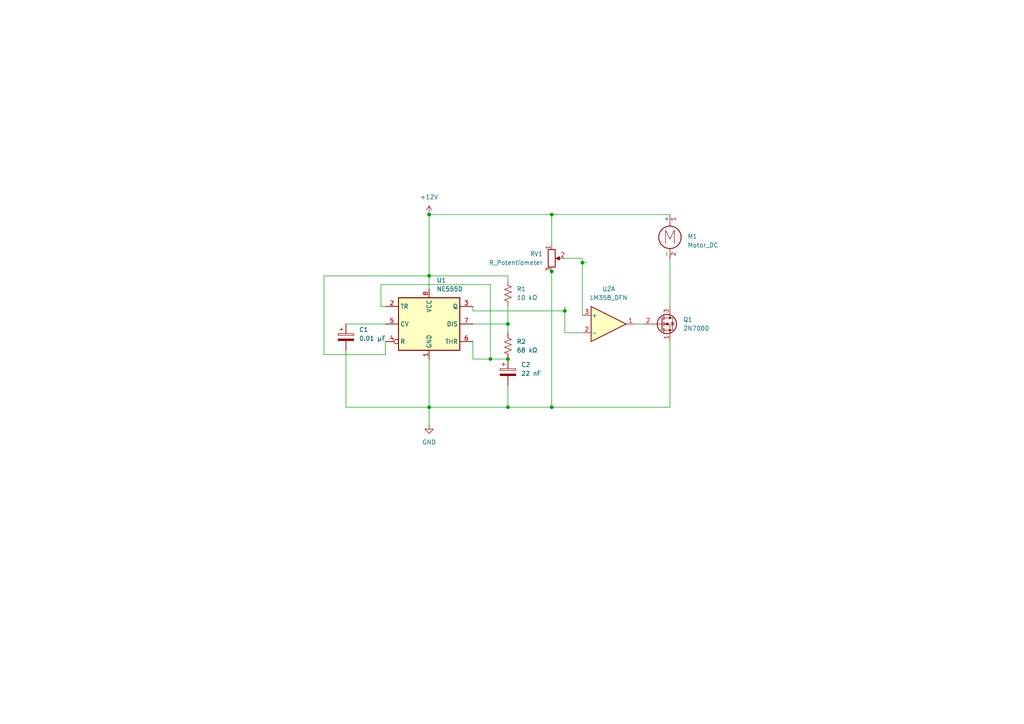
<source format=kicad_sch>
(kicad_sch
	(version 20231120)
	(generator "eeschema")
	(generator_version "8.0")
	(uuid "625b240d-59eb-472a-8ecd-59b6155c722d")
	(paper "A4")
	(lib_symbols
		(symbol "Amplifier_Operational:LM358_DFN"
			(pin_names
				(offset 0.127)
			)
			(exclude_from_sim no)
			(in_bom yes)
			(on_board yes)
			(property "Reference" "U"
				(at 0 5.08 0)
				(effects
					(font
						(size 1.27 1.27)
					)
					(justify left)
				)
			)
			(property "Value" "LM358_DFN"
				(at 0 -5.08 0)
				(effects
					(font
						(size 1.27 1.27)
					)
					(justify left)
				)
			)
			(property "Footprint" "Package_DFN_QFN:DFN-8-1EP_2x2mm_P0.5mm_EP1.05x1.75mm"
				(at 0 0 0)
				(effects
					(font
						(size 1.27 1.27)
					)
					(hide yes)
				)
			)
			(property "Datasheet" "www.st.com/resource/en/datasheet/lm358.pdf"
				(at 0 0 0)
				(effects
					(font
						(size 1.27 1.27)
					)
					(hide yes)
				)
			)
			(property "Description" "Low-Power, Dual Operational Amplifiers, DFN-8"
				(at 0 0 0)
				(effects
					(font
						(size 1.27 1.27)
					)
					(hide yes)
				)
			)
			(property "ki_locked" ""
				(at 0 0 0)
				(effects
					(font
						(size 1.27 1.27)
					)
				)
			)
			(property "ki_keywords" "dual opamp"
				(at 0 0 0)
				(effects
					(font
						(size 1.27 1.27)
					)
					(hide yes)
				)
			)
			(property "ki_fp_filters" "DFN*2x2mm*P0.5mm*"
				(at 0 0 0)
				(effects
					(font
						(size 1.27 1.27)
					)
					(hide yes)
				)
			)
			(symbol "LM358_DFN_1_1"
				(polyline
					(pts
						(xy -5.08 5.08) (xy 5.08 0) (xy -5.08 -5.08) (xy -5.08 5.08)
					)
					(stroke
						(width 0.254)
						(type default)
					)
					(fill
						(type background)
					)
				)
				(pin output line
					(at 7.62 0 180)
					(length 2.54)
					(name "~"
						(effects
							(font
								(size 1.27 1.27)
							)
						)
					)
					(number "1"
						(effects
							(font
								(size 1.27 1.27)
							)
						)
					)
				)
				(pin input line
					(at -7.62 -2.54 0)
					(length 2.54)
					(name "-"
						(effects
							(font
								(size 1.27 1.27)
							)
						)
					)
					(number "2"
						(effects
							(font
								(size 1.27 1.27)
							)
						)
					)
				)
				(pin input line
					(at -7.62 2.54 0)
					(length 2.54)
					(name "+"
						(effects
							(font
								(size 1.27 1.27)
							)
						)
					)
					(number "3"
						(effects
							(font
								(size 1.27 1.27)
							)
						)
					)
				)
			)
			(symbol "LM358_DFN_2_1"
				(polyline
					(pts
						(xy -5.08 5.08) (xy 5.08 0) (xy -5.08 -5.08) (xy -5.08 5.08)
					)
					(stroke
						(width 0.254)
						(type default)
					)
					(fill
						(type background)
					)
				)
				(pin input line
					(at -7.62 2.54 0)
					(length 2.54)
					(name "+"
						(effects
							(font
								(size 1.27 1.27)
							)
						)
					)
					(number "5"
						(effects
							(font
								(size 1.27 1.27)
							)
						)
					)
				)
				(pin input line
					(at -7.62 -2.54 0)
					(length 2.54)
					(name "-"
						(effects
							(font
								(size 1.27 1.27)
							)
						)
					)
					(number "6"
						(effects
							(font
								(size 1.27 1.27)
							)
						)
					)
				)
				(pin output line
					(at 7.62 0 180)
					(length 2.54)
					(name "~"
						(effects
							(font
								(size 1.27 1.27)
							)
						)
					)
					(number "7"
						(effects
							(font
								(size 1.27 1.27)
							)
						)
					)
				)
			)
			(symbol "LM358_DFN_3_1"
				(pin power_in line
					(at -2.54 -7.62 90)
					(length 3.81)
					(name "V-"
						(effects
							(font
								(size 1.27 1.27)
							)
						)
					)
					(number "4"
						(effects
							(font
								(size 1.27 1.27)
							)
						)
					)
				)
				(pin power_in line
					(at -2.54 7.62 270)
					(length 3.81)
					(name "V+"
						(effects
							(font
								(size 1.27 1.27)
							)
						)
					)
					(number "8"
						(effects
							(font
								(size 1.27 1.27)
							)
						)
					)
				)
				(pin power_in line
					(at 0 -7.62 90)
					(length 5.08)
					(name "PAD"
						(effects
							(font
								(size 1.27 1.27)
							)
						)
					)
					(number "9"
						(effects
							(font
								(size 1.27 1.27)
							)
						)
					)
				)
			)
		)
		(symbol "Device:C_Polarized"
			(pin_numbers hide)
			(pin_names
				(offset 0.254)
			)
			(exclude_from_sim no)
			(in_bom yes)
			(on_board yes)
			(property "Reference" "C"
				(at 0.635 2.54 0)
				(effects
					(font
						(size 1.27 1.27)
					)
					(justify left)
				)
			)
			(property "Value" "C_Polarized"
				(at 0.635 -2.54 0)
				(effects
					(font
						(size 1.27 1.27)
					)
					(justify left)
				)
			)
			(property "Footprint" ""
				(at 0.9652 -3.81 0)
				(effects
					(font
						(size 1.27 1.27)
					)
					(hide yes)
				)
			)
			(property "Datasheet" "~"
				(at 0 0 0)
				(effects
					(font
						(size 1.27 1.27)
					)
					(hide yes)
				)
			)
			(property "Description" "Polarized capacitor"
				(at 0 0 0)
				(effects
					(font
						(size 1.27 1.27)
					)
					(hide yes)
				)
			)
			(property "ki_keywords" "cap capacitor"
				(at 0 0 0)
				(effects
					(font
						(size 1.27 1.27)
					)
					(hide yes)
				)
			)
			(property "ki_fp_filters" "CP_*"
				(at 0 0 0)
				(effects
					(font
						(size 1.27 1.27)
					)
					(hide yes)
				)
			)
			(symbol "C_Polarized_0_1"
				(rectangle
					(start -2.286 0.508)
					(end 2.286 1.016)
					(stroke
						(width 0)
						(type default)
					)
					(fill
						(type none)
					)
				)
				(polyline
					(pts
						(xy -1.778 2.286) (xy -0.762 2.286)
					)
					(stroke
						(width 0)
						(type default)
					)
					(fill
						(type none)
					)
				)
				(polyline
					(pts
						(xy -1.27 2.794) (xy -1.27 1.778)
					)
					(stroke
						(width 0)
						(type default)
					)
					(fill
						(type none)
					)
				)
				(rectangle
					(start 2.286 -0.508)
					(end -2.286 -1.016)
					(stroke
						(width 0)
						(type default)
					)
					(fill
						(type outline)
					)
				)
			)
			(symbol "C_Polarized_1_1"
				(pin passive line
					(at 0 3.81 270)
					(length 2.794)
					(name "~"
						(effects
							(font
								(size 1.27 1.27)
							)
						)
					)
					(number "1"
						(effects
							(font
								(size 1.27 1.27)
							)
						)
					)
				)
				(pin passive line
					(at 0 -3.81 90)
					(length 2.794)
					(name "~"
						(effects
							(font
								(size 1.27 1.27)
							)
						)
					)
					(number "2"
						(effects
							(font
								(size 1.27 1.27)
							)
						)
					)
				)
			)
		)
		(symbol "Device:R_Potentiometer"
			(pin_names
				(offset 1.016) hide)
			(exclude_from_sim no)
			(in_bom yes)
			(on_board yes)
			(property "Reference" "RV"
				(at -4.445 0 90)
				(effects
					(font
						(size 1.27 1.27)
					)
				)
			)
			(property "Value" "R_Potentiometer"
				(at -2.54 0 90)
				(effects
					(font
						(size 1.27 1.27)
					)
				)
			)
			(property "Footprint" ""
				(at 0 0 0)
				(effects
					(font
						(size 1.27 1.27)
					)
					(hide yes)
				)
			)
			(property "Datasheet" "~"
				(at 0 0 0)
				(effects
					(font
						(size 1.27 1.27)
					)
					(hide yes)
				)
			)
			(property "Description" "Potentiometer"
				(at 0 0 0)
				(effects
					(font
						(size 1.27 1.27)
					)
					(hide yes)
				)
			)
			(property "ki_keywords" "resistor variable"
				(at 0 0 0)
				(effects
					(font
						(size 1.27 1.27)
					)
					(hide yes)
				)
			)
			(property "ki_fp_filters" "Potentiometer*"
				(at 0 0 0)
				(effects
					(font
						(size 1.27 1.27)
					)
					(hide yes)
				)
			)
			(symbol "R_Potentiometer_0_1"
				(polyline
					(pts
						(xy 2.54 0) (xy 1.524 0)
					)
					(stroke
						(width 0)
						(type default)
					)
					(fill
						(type none)
					)
				)
				(polyline
					(pts
						(xy 1.143 0) (xy 2.286 0.508) (xy 2.286 -0.508) (xy 1.143 0)
					)
					(stroke
						(width 0)
						(type default)
					)
					(fill
						(type outline)
					)
				)
				(rectangle
					(start 1.016 2.54)
					(end -1.016 -2.54)
					(stroke
						(width 0.254)
						(type default)
					)
					(fill
						(type none)
					)
				)
			)
			(symbol "R_Potentiometer_1_1"
				(pin passive line
					(at 0 3.81 270)
					(length 1.27)
					(name "1"
						(effects
							(font
								(size 1.27 1.27)
							)
						)
					)
					(number "1"
						(effects
							(font
								(size 1.27 1.27)
							)
						)
					)
				)
				(pin passive line
					(at 3.81 0 180)
					(length 1.27)
					(name "2"
						(effects
							(font
								(size 1.27 1.27)
							)
						)
					)
					(number "2"
						(effects
							(font
								(size 1.27 1.27)
							)
						)
					)
				)
				(pin passive line
					(at 0 -3.81 90)
					(length 1.27)
					(name "3"
						(effects
							(font
								(size 1.27 1.27)
							)
						)
					)
					(number "3"
						(effects
							(font
								(size 1.27 1.27)
							)
						)
					)
				)
			)
		)
		(symbol "Device:R_US"
			(pin_numbers hide)
			(pin_names
				(offset 0)
			)
			(exclude_from_sim no)
			(in_bom yes)
			(on_board yes)
			(property "Reference" "R"
				(at 2.54 0 90)
				(effects
					(font
						(size 1.27 1.27)
					)
				)
			)
			(property "Value" "R_US"
				(at -2.54 0 90)
				(effects
					(font
						(size 1.27 1.27)
					)
				)
			)
			(property "Footprint" ""
				(at 1.016 -0.254 90)
				(effects
					(font
						(size 1.27 1.27)
					)
					(hide yes)
				)
			)
			(property "Datasheet" "~"
				(at 0 0 0)
				(effects
					(font
						(size 1.27 1.27)
					)
					(hide yes)
				)
			)
			(property "Description" "Resistor, US symbol"
				(at 0 0 0)
				(effects
					(font
						(size 1.27 1.27)
					)
					(hide yes)
				)
			)
			(property "ki_keywords" "R res resistor"
				(at 0 0 0)
				(effects
					(font
						(size 1.27 1.27)
					)
					(hide yes)
				)
			)
			(property "ki_fp_filters" "R_*"
				(at 0 0 0)
				(effects
					(font
						(size 1.27 1.27)
					)
					(hide yes)
				)
			)
			(symbol "R_US_0_1"
				(polyline
					(pts
						(xy 0 -2.286) (xy 0 -2.54)
					)
					(stroke
						(width 0)
						(type default)
					)
					(fill
						(type none)
					)
				)
				(polyline
					(pts
						(xy 0 2.286) (xy 0 2.54)
					)
					(stroke
						(width 0)
						(type default)
					)
					(fill
						(type none)
					)
				)
				(polyline
					(pts
						(xy 0 -0.762) (xy 1.016 -1.143) (xy 0 -1.524) (xy -1.016 -1.905) (xy 0 -2.286)
					)
					(stroke
						(width 0)
						(type default)
					)
					(fill
						(type none)
					)
				)
				(polyline
					(pts
						(xy 0 0.762) (xy 1.016 0.381) (xy 0 0) (xy -1.016 -0.381) (xy 0 -0.762)
					)
					(stroke
						(width 0)
						(type default)
					)
					(fill
						(type none)
					)
				)
				(polyline
					(pts
						(xy 0 2.286) (xy 1.016 1.905) (xy 0 1.524) (xy -1.016 1.143) (xy 0 0.762)
					)
					(stroke
						(width 0)
						(type default)
					)
					(fill
						(type none)
					)
				)
			)
			(symbol "R_US_1_1"
				(pin passive line
					(at 0 3.81 270)
					(length 1.27)
					(name "~"
						(effects
							(font
								(size 1.27 1.27)
							)
						)
					)
					(number "1"
						(effects
							(font
								(size 1.27 1.27)
							)
						)
					)
				)
				(pin passive line
					(at 0 -3.81 90)
					(length 1.27)
					(name "~"
						(effects
							(font
								(size 1.27 1.27)
							)
						)
					)
					(number "2"
						(effects
							(font
								(size 1.27 1.27)
							)
						)
					)
				)
			)
		)
		(symbol "Motor:Motor_DC"
			(pin_names
				(offset 0)
			)
			(exclude_from_sim no)
			(in_bom yes)
			(on_board yes)
			(property "Reference" "M"
				(at 2.54 2.54 0)
				(effects
					(font
						(size 1.27 1.27)
					)
					(justify left)
				)
			)
			(property "Value" "Motor_DC"
				(at 2.54 -5.08 0)
				(effects
					(font
						(size 1.27 1.27)
					)
					(justify left top)
				)
			)
			(property "Footprint" ""
				(at 0 -2.286 0)
				(effects
					(font
						(size 1.27 1.27)
					)
					(hide yes)
				)
			)
			(property "Datasheet" "~"
				(at 0 -2.286 0)
				(effects
					(font
						(size 1.27 1.27)
					)
					(hide yes)
				)
			)
			(property "Description" "DC Motor"
				(at 0 0 0)
				(effects
					(font
						(size 1.27 1.27)
					)
					(hide yes)
				)
			)
			(property "ki_keywords" "DC Motor"
				(at 0 0 0)
				(effects
					(font
						(size 1.27 1.27)
					)
					(hide yes)
				)
			)
			(property "ki_fp_filters" "PinHeader*P2.54mm* TerminalBlock*"
				(at 0 0 0)
				(effects
					(font
						(size 1.27 1.27)
					)
					(hide yes)
				)
			)
			(symbol "Motor_DC_0_0"
				(polyline
					(pts
						(xy -1.27 -3.302) (xy -1.27 0.508) (xy 0 -2.032) (xy 1.27 0.508) (xy 1.27 -3.302)
					)
					(stroke
						(width 0)
						(type default)
					)
					(fill
						(type none)
					)
				)
			)
			(symbol "Motor_DC_0_1"
				(circle
					(center 0 -1.524)
					(radius 3.2512)
					(stroke
						(width 0.254)
						(type default)
					)
					(fill
						(type none)
					)
				)
				(polyline
					(pts
						(xy 0 -7.62) (xy 0 -7.112)
					)
					(stroke
						(width 0)
						(type default)
					)
					(fill
						(type none)
					)
				)
				(polyline
					(pts
						(xy 0 -4.7752) (xy 0 -5.1816)
					)
					(stroke
						(width 0)
						(type default)
					)
					(fill
						(type none)
					)
				)
				(polyline
					(pts
						(xy 0 1.7272) (xy 0 2.0828)
					)
					(stroke
						(width 0)
						(type default)
					)
					(fill
						(type none)
					)
				)
				(polyline
					(pts
						(xy 0 2.032) (xy 0 2.54)
					)
					(stroke
						(width 0)
						(type default)
					)
					(fill
						(type none)
					)
				)
			)
			(symbol "Motor_DC_1_1"
				(pin passive line
					(at 0 5.08 270)
					(length 2.54)
					(name "+"
						(effects
							(font
								(size 1.27 1.27)
							)
						)
					)
					(number "1"
						(effects
							(font
								(size 1.27 1.27)
							)
						)
					)
				)
				(pin passive line
					(at 0 -7.62 90)
					(length 2.54)
					(name "-"
						(effects
							(font
								(size 1.27 1.27)
							)
						)
					)
					(number "2"
						(effects
							(font
								(size 1.27 1.27)
							)
						)
					)
				)
			)
		)
		(symbol "Timer:NE555D"
			(exclude_from_sim no)
			(in_bom yes)
			(on_board yes)
			(property "Reference" "U"
				(at -10.16 8.89 0)
				(effects
					(font
						(size 1.27 1.27)
					)
					(justify left)
				)
			)
			(property "Value" "NE555D"
				(at 2.54 8.89 0)
				(effects
					(font
						(size 1.27 1.27)
					)
					(justify left)
				)
			)
			(property "Footprint" "Package_SO:SOIC-8_3.9x4.9mm_P1.27mm"
				(at 21.59 -10.16 0)
				(effects
					(font
						(size 1.27 1.27)
					)
					(hide yes)
				)
			)
			(property "Datasheet" "http://www.ti.com/lit/ds/symlink/ne555.pdf"
				(at 21.59 -10.16 0)
				(effects
					(font
						(size 1.27 1.27)
					)
					(hide yes)
				)
			)
			(property "Description" "Precision Timers, 555 compatible, SOIC-8"
				(at 0 0 0)
				(effects
					(font
						(size 1.27 1.27)
					)
					(hide yes)
				)
			)
			(property "ki_keywords" "single timer 555"
				(at 0 0 0)
				(effects
					(font
						(size 1.27 1.27)
					)
					(hide yes)
				)
			)
			(property "ki_fp_filters" "SOIC*3.9x4.9mm*P1.27mm*"
				(at 0 0 0)
				(effects
					(font
						(size 1.27 1.27)
					)
					(hide yes)
				)
			)
			(symbol "NE555D_0_0"
				(pin power_in line
					(at 0 -10.16 90)
					(length 2.54)
					(name "GND"
						(effects
							(font
								(size 1.27 1.27)
							)
						)
					)
					(number "1"
						(effects
							(font
								(size 1.27 1.27)
							)
						)
					)
				)
				(pin power_in line
					(at 0 10.16 270)
					(length 2.54)
					(name "VCC"
						(effects
							(font
								(size 1.27 1.27)
							)
						)
					)
					(number "8"
						(effects
							(font
								(size 1.27 1.27)
							)
						)
					)
				)
			)
			(symbol "NE555D_0_1"
				(rectangle
					(start -8.89 -7.62)
					(end 8.89 7.62)
					(stroke
						(width 0.254)
						(type default)
					)
					(fill
						(type background)
					)
				)
				(rectangle
					(start -8.89 -7.62)
					(end 8.89 7.62)
					(stroke
						(width 0.254)
						(type default)
					)
					(fill
						(type background)
					)
				)
			)
			(symbol "NE555D_1_1"
				(pin input line
					(at -12.7 5.08 0)
					(length 3.81)
					(name "TR"
						(effects
							(font
								(size 1.27 1.27)
							)
						)
					)
					(number "2"
						(effects
							(font
								(size 1.27 1.27)
							)
						)
					)
				)
				(pin output line
					(at 12.7 5.08 180)
					(length 3.81)
					(name "Q"
						(effects
							(font
								(size 1.27 1.27)
							)
						)
					)
					(number "3"
						(effects
							(font
								(size 1.27 1.27)
							)
						)
					)
				)
				(pin input inverted
					(at -12.7 -5.08 0)
					(length 3.81)
					(name "R"
						(effects
							(font
								(size 1.27 1.27)
							)
						)
					)
					(number "4"
						(effects
							(font
								(size 1.27 1.27)
							)
						)
					)
				)
				(pin input line
					(at -12.7 0 0)
					(length 3.81)
					(name "CV"
						(effects
							(font
								(size 1.27 1.27)
							)
						)
					)
					(number "5"
						(effects
							(font
								(size 1.27 1.27)
							)
						)
					)
				)
				(pin input line
					(at 12.7 -5.08 180)
					(length 3.81)
					(name "THR"
						(effects
							(font
								(size 1.27 1.27)
							)
						)
					)
					(number "6"
						(effects
							(font
								(size 1.27 1.27)
							)
						)
					)
				)
				(pin input line
					(at 12.7 0 180)
					(length 3.81)
					(name "DIS"
						(effects
							(font
								(size 1.27 1.27)
							)
						)
					)
					(number "7"
						(effects
							(font
								(size 1.27 1.27)
							)
						)
					)
				)
			)
		)
		(symbol "Transistor_FET:2N7000"
			(pin_names hide)
			(exclude_from_sim no)
			(in_bom yes)
			(on_board yes)
			(property "Reference" "Q"
				(at 5.08 1.905 0)
				(effects
					(font
						(size 1.27 1.27)
					)
					(justify left)
				)
			)
			(property "Value" "2N7000"
				(at 5.08 0 0)
				(effects
					(font
						(size 1.27 1.27)
					)
					(justify left)
				)
			)
			(property "Footprint" "Package_TO_SOT_THT:TO-92_Inline"
				(at 5.08 -1.905 0)
				(effects
					(font
						(size 1.27 1.27)
						(italic yes)
					)
					(justify left)
					(hide yes)
				)
			)
			(property "Datasheet" "https://www.vishay.com/docs/70226/70226.pdf"
				(at 5.08 -3.81 0)
				(effects
					(font
						(size 1.27 1.27)
					)
					(justify left)
					(hide yes)
				)
			)
			(property "Description" "0.2A Id, 200V Vds, N-Channel MOSFET, 2.6V Logic Level, TO-92"
				(at 0 0 0)
				(effects
					(font
						(size 1.27 1.27)
					)
					(hide yes)
				)
			)
			(property "ki_keywords" "N-Channel MOSFET Logic-Level"
				(at 0 0 0)
				(effects
					(font
						(size 1.27 1.27)
					)
					(hide yes)
				)
			)
			(property "ki_fp_filters" "TO?92*"
				(at 0 0 0)
				(effects
					(font
						(size 1.27 1.27)
					)
					(hide yes)
				)
			)
			(symbol "2N7000_0_1"
				(polyline
					(pts
						(xy 0.254 0) (xy -2.54 0)
					)
					(stroke
						(width 0)
						(type default)
					)
					(fill
						(type none)
					)
				)
				(polyline
					(pts
						(xy 0.254 1.905) (xy 0.254 -1.905)
					)
					(stroke
						(width 0.254)
						(type default)
					)
					(fill
						(type none)
					)
				)
				(polyline
					(pts
						(xy 0.762 -1.27) (xy 0.762 -2.286)
					)
					(stroke
						(width 0.254)
						(type default)
					)
					(fill
						(type none)
					)
				)
				(polyline
					(pts
						(xy 0.762 0.508) (xy 0.762 -0.508)
					)
					(stroke
						(width 0.254)
						(type default)
					)
					(fill
						(type none)
					)
				)
				(polyline
					(pts
						(xy 0.762 2.286) (xy 0.762 1.27)
					)
					(stroke
						(width 0.254)
						(type default)
					)
					(fill
						(type none)
					)
				)
				(polyline
					(pts
						(xy 2.54 2.54) (xy 2.54 1.778)
					)
					(stroke
						(width 0)
						(type default)
					)
					(fill
						(type none)
					)
				)
				(polyline
					(pts
						(xy 2.54 -2.54) (xy 2.54 0) (xy 0.762 0)
					)
					(stroke
						(width 0)
						(type default)
					)
					(fill
						(type none)
					)
				)
				(polyline
					(pts
						(xy 0.762 -1.778) (xy 3.302 -1.778) (xy 3.302 1.778) (xy 0.762 1.778)
					)
					(stroke
						(width 0)
						(type default)
					)
					(fill
						(type none)
					)
				)
				(polyline
					(pts
						(xy 1.016 0) (xy 2.032 0.381) (xy 2.032 -0.381) (xy 1.016 0)
					)
					(stroke
						(width 0)
						(type default)
					)
					(fill
						(type outline)
					)
				)
				(polyline
					(pts
						(xy 2.794 0.508) (xy 2.921 0.381) (xy 3.683 0.381) (xy 3.81 0.254)
					)
					(stroke
						(width 0)
						(type default)
					)
					(fill
						(type none)
					)
				)
				(polyline
					(pts
						(xy 3.302 0.381) (xy 2.921 -0.254) (xy 3.683 -0.254) (xy 3.302 0.381)
					)
					(stroke
						(width 0)
						(type default)
					)
					(fill
						(type none)
					)
				)
				(circle
					(center 1.651 0)
					(radius 2.794)
					(stroke
						(width 0.254)
						(type default)
					)
					(fill
						(type none)
					)
				)
				(circle
					(center 2.54 -1.778)
					(radius 0.254)
					(stroke
						(width 0)
						(type default)
					)
					(fill
						(type outline)
					)
				)
				(circle
					(center 2.54 1.778)
					(radius 0.254)
					(stroke
						(width 0)
						(type default)
					)
					(fill
						(type outline)
					)
				)
			)
			(symbol "2N7000_1_1"
				(pin passive line
					(at 2.54 -5.08 90)
					(length 2.54)
					(name "S"
						(effects
							(font
								(size 1.27 1.27)
							)
						)
					)
					(number "1"
						(effects
							(font
								(size 1.27 1.27)
							)
						)
					)
				)
				(pin input line
					(at -5.08 0 0)
					(length 2.54)
					(name "G"
						(effects
							(font
								(size 1.27 1.27)
							)
						)
					)
					(number "2"
						(effects
							(font
								(size 1.27 1.27)
							)
						)
					)
				)
				(pin passive line
					(at 2.54 5.08 270)
					(length 2.54)
					(name "D"
						(effects
							(font
								(size 1.27 1.27)
							)
						)
					)
					(number "3"
						(effects
							(font
								(size 1.27 1.27)
							)
						)
					)
				)
			)
		)
		(symbol "power:+12V"
			(power)
			(pin_numbers hide)
			(pin_names
				(offset 0) hide)
			(exclude_from_sim no)
			(in_bom yes)
			(on_board yes)
			(property "Reference" "#PWR"
				(at 0 -3.81 0)
				(effects
					(font
						(size 1.27 1.27)
					)
					(hide yes)
				)
			)
			(property "Value" "+12V"
				(at 0 3.556 0)
				(effects
					(font
						(size 1.27 1.27)
					)
				)
			)
			(property "Footprint" ""
				(at 0 0 0)
				(effects
					(font
						(size 1.27 1.27)
					)
					(hide yes)
				)
			)
			(property "Datasheet" ""
				(at 0 0 0)
				(effects
					(font
						(size 1.27 1.27)
					)
					(hide yes)
				)
			)
			(property "Description" "Power symbol creates a global label with name \"+12V\""
				(at 0 0 0)
				(effects
					(font
						(size 1.27 1.27)
					)
					(hide yes)
				)
			)
			(property "ki_keywords" "global power"
				(at 0 0 0)
				(effects
					(font
						(size 1.27 1.27)
					)
					(hide yes)
				)
			)
			(symbol "+12V_0_1"
				(polyline
					(pts
						(xy -0.762 1.27) (xy 0 2.54)
					)
					(stroke
						(width 0)
						(type default)
					)
					(fill
						(type none)
					)
				)
				(polyline
					(pts
						(xy 0 0) (xy 0 2.54)
					)
					(stroke
						(width 0)
						(type default)
					)
					(fill
						(type none)
					)
				)
				(polyline
					(pts
						(xy 0 2.54) (xy 0.762 1.27)
					)
					(stroke
						(width 0)
						(type default)
					)
					(fill
						(type none)
					)
				)
			)
			(symbol "+12V_1_1"
				(pin power_in line
					(at 0 0 90)
					(length 0)
					(name "~"
						(effects
							(font
								(size 1.27 1.27)
							)
						)
					)
					(number "1"
						(effects
							(font
								(size 1.27 1.27)
							)
						)
					)
				)
			)
		)
		(symbol "power:GND"
			(power)
			(pin_numbers hide)
			(pin_names
				(offset 0) hide)
			(exclude_from_sim no)
			(in_bom yes)
			(on_board yes)
			(property "Reference" "#PWR"
				(at 0 -6.35 0)
				(effects
					(font
						(size 1.27 1.27)
					)
					(hide yes)
				)
			)
			(property "Value" "GND"
				(at 0 -3.81 0)
				(effects
					(font
						(size 1.27 1.27)
					)
				)
			)
			(property "Footprint" ""
				(at 0 0 0)
				(effects
					(font
						(size 1.27 1.27)
					)
					(hide yes)
				)
			)
			(property "Datasheet" ""
				(at 0 0 0)
				(effects
					(font
						(size 1.27 1.27)
					)
					(hide yes)
				)
			)
			(property "Description" "Power symbol creates a global label with name \"GND\" , ground"
				(at 0 0 0)
				(effects
					(font
						(size 1.27 1.27)
					)
					(hide yes)
				)
			)
			(property "ki_keywords" "global power"
				(at 0 0 0)
				(effects
					(font
						(size 1.27 1.27)
					)
					(hide yes)
				)
			)
			(symbol "GND_0_1"
				(polyline
					(pts
						(xy 0 0) (xy 0 -1.27) (xy 1.27 -1.27) (xy 0 -2.54) (xy -1.27 -1.27) (xy 0 -1.27)
					)
					(stroke
						(width 0)
						(type default)
					)
					(fill
						(type none)
					)
				)
			)
			(symbol "GND_1_1"
				(pin power_in line
					(at 0 0 270)
					(length 0)
					(name "~"
						(effects
							(font
								(size 1.27 1.27)
							)
						)
					)
					(number "1"
						(effects
							(font
								(size 1.27 1.27)
							)
						)
					)
				)
			)
		)
	)
	(junction
		(at 160.02 78.74)
		(diameter 0)
		(color 0 0 0 0)
		(uuid "135e702c-fdf9-471c-81a1-69a38cf12705")
	)
	(junction
		(at 160.02 62.23)
		(diameter 0)
		(color 0 0 0 0)
		(uuid "268ad1c6-f057-4507-b2a2-464c81033084")
	)
	(junction
		(at 168.91 76.2)
		(diameter 0)
		(color 0 0 0 0)
		(uuid "3519df88-b980-4279-85f8-941e556c2495")
	)
	(junction
		(at 160.02 118.11)
		(diameter 0)
		(color 0 0 0 0)
		(uuid "42120a2c-ed4b-4606-b82a-0cec700a4338")
	)
	(junction
		(at 142.24 104.14)
		(diameter 0)
		(color 0 0 0 0)
		(uuid "472499b5-c15e-4d46-a286-be1f15ade7a3")
	)
	(junction
		(at 147.32 104.14)
		(diameter 0)
		(color 0 0 0 0)
		(uuid "683ca462-b48e-4430-b777-685372235a5d")
	)
	(junction
		(at 124.46 118.11)
		(diameter 0)
		(color 0 0 0 0)
		(uuid "729265cc-c021-4cd5-8c96-649ea03c6c3c")
	)
	(junction
		(at 124.46 80.01)
		(diameter 0)
		(color 0 0 0 0)
		(uuid "756ba680-5bc6-4d56-b852-8b5aa1423200")
	)
	(junction
		(at 147.32 93.98)
		(diameter 0)
		(color 0 0 0 0)
		(uuid "bfd41bed-3d73-4130-a4fa-d3a4e5906ed5")
	)
	(junction
		(at 163.83 90.17)
		(diameter 0)
		(color 0 0 0 0)
		(uuid "e2ff1de9-e2b2-4d2a-ac61-37c0b70cdb62")
	)
	(junction
		(at 147.32 118.11)
		(diameter 0)
		(color 0 0 0 0)
		(uuid "e4bb81e9-be93-40f2-9922-f7a7a1e957d9")
	)
	(junction
		(at 124.46 62.23)
		(diameter 0)
		(color 0 0 0 0)
		(uuid "f7389492-4733-41b9-9f6f-18bec6027ca8")
	)
	(wire
		(pts
			(xy 142.24 104.14) (xy 147.32 104.14)
		)
		(stroke
			(width 0)
			(type default)
		)
		(uuid "03dc9c48-8a7d-4912-af76-3dc2ab782896")
	)
	(wire
		(pts
			(xy 160.02 118.11) (xy 194.31 118.11)
		)
		(stroke
			(width 0)
			(type default)
		)
		(uuid "0d75999b-ba74-4469-93a1-260e4461f703")
	)
	(wire
		(pts
			(xy 160.02 78.74) (xy 160.02 118.11)
		)
		(stroke
			(width 0)
			(type default)
		)
		(uuid "0fbae337-95a3-42d2-8600-beb2bf9f18c7")
	)
	(wire
		(pts
			(xy 124.46 62.23) (xy 124.46 80.01)
		)
		(stroke
			(width 0)
			(type default)
		)
		(uuid "17ac0332-0048-4504-b05c-824829dfb14a")
	)
	(wire
		(pts
			(xy 147.32 111.76) (xy 147.32 118.11)
		)
		(stroke
			(width 0)
			(type default)
		)
		(uuid "1c92aaa8-f51c-4db4-980b-8ae9d714dad7")
	)
	(wire
		(pts
			(xy 137.16 90.17) (xy 163.83 90.17)
		)
		(stroke
			(width 0)
			(type default)
		)
		(uuid "1fbcac92-a7e7-4160-97c7-c8808cb5139d")
	)
	(wire
		(pts
			(xy 100.33 93.98) (xy 111.76 93.98)
		)
		(stroke
			(width 0)
			(type default)
		)
		(uuid "208bc664-7776-4c26-b8bd-c4cb2c85ea64")
	)
	(wire
		(pts
			(xy 160.02 62.23) (xy 194.31 62.23)
		)
		(stroke
			(width 0)
			(type default)
		)
		(uuid "38372032-414b-4229-97eb-a0d9587eb10b")
	)
	(wire
		(pts
			(xy 160.02 62.23) (xy 160.02 71.12)
		)
		(stroke
			(width 0)
			(type default)
		)
		(uuid "393be1bf-f5fd-4347-9808-ce0a3ccab91c")
	)
	(wire
		(pts
			(xy 147.32 93.98) (xy 147.32 96.52)
		)
		(stroke
			(width 0)
			(type default)
		)
		(uuid "4a7a8298-99b8-4992-a1e9-3aa856178fa3")
	)
	(wire
		(pts
			(xy 110.49 82.55) (xy 142.24 82.55)
		)
		(stroke
			(width 0)
			(type default)
		)
		(uuid "4aad909e-9885-443e-b7e2-fa1de494975d")
	)
	(wire
		(pts
			(xy 100.33 118.11) (xy 124.46 118.11)
		)
		(stroke
			(width 0)
			(type default)
		)
		(uuid "4b011f34-7fbe-44df-98f0-3579c169c1d6")
	)
	(wire
		(pts
			(xy 124.46 118.11) (xy 124.46 123.19)
		)
		(stroke
			(width 0)
			(type default)
		)
		(uuid "50179211-1ca5-4a06-905e-b7c251e4233a")
	)
	(wire
		(pts
			(xy 137.16 93.98) (xy 147.32 93.98)
		)
		(stroke
			(width 0)
			(type default)
		)
		(uuid "57a19530-d9af-4cd7-a008-48b8739f5313")
	)
	(wire
		(pts
			(xy 163.83 90.17) (xy 163.83 96.52)
		)
		(stroke
			(width 0)
			(type default)
		)
		(uuid "59735c4b-25fb-41fc-9be7-267b1b9b0c82")
	)
	(wire
		(pts
			(xy 163.83 74.93) (xy 168.91 74.93)
		)
		(stroke
			(width 0)
			(type default)
		)
		(uuid "61abb110-0f1a-4291-a929-4639c773d77e")
	)
	(wire
		(pts
			(xy 168.91 76.2) (xy 168.91 91.44)
		)
		(stroke
			(width 0)
			(type default)
		)
		(uuid "7079f10b-e597-4029-98d6-7a3c6935ff35")
	)
	(wire
		(pts
			(xy 110.49 88.9) (xy 110.49 82.55)
		)
		(stroke
			(width 0)
			(type default)
		)
		(uuid "708eb588-ea67-4412-9e90-981637e9931f")
	)
	(wire
		(pts
			(xy 137.16 88.9) (xy 137.16 90.17)
		)
		(stroke
			(width 0)
			(type default)
		)
		(uuid "77e11d4c-2dd6-4d3e-af83-ffd2859cd583")
	)
	(wire
		(pts
			(xy 137.16 99.06) (xy 137.16 104.14)
		)
		(stroke
			(width 0)
			(type default)
		)
		(uuid "7c476cc9-b490-49fa-a812-76e603e4d7b7")
	)
	(wire
		(pts
			(xy 93.98 102.87) (xy 111.76 102.87)
		)
		(stroke
			(width 0)
			(type default)
		)
		(uuid "7e72b3c8-d101-4aef-83bf-fff70e909096")
	)
	(wire
		(pts
			(xy 142.24 82.55) (xy 142.24 104.14)
		)
		(stroke
			(width 0)
			(type default)
		)
		(uuid "8c67172a-e2c9-4b09-a7c2-ece4f573fd0e")
	)
	(wire
		(pts
			(xy 168.91 74.93) (xy 168.91 76.2)
		)
		(stroke
			(width 0)
			(type default)
		)
		(uuid "9594419d-a813-44d6-ae1a-503ed48b92e5")
	)
	(wire
		(pts
			(xy 100.33 101.6) (xy 100.33 118.11)
		)
		(stroke
			(width 0)
			(type default)
		)
		(uuid "96a19651-95f3-48fa-882b-4a862d8daf04")
	)
	(wire
		(pts
			(xy 160.02 77.47) (xy 160.02 78.74)
		)
		(stroke
			(width 0)
			(type default)
		)
		(uuid "9d9709a1-5161-41e3-9a8e-4d434d1265d4")
	)
	(wire
		(pts
			(xy 137.16 104.14) (xy 142.24 104.14)
		)
		(stroke
			(width 0)
			(type default)
		)
		(uuid "a583a400-d68b-4bc9-b0ca-76dbecec774e")
	)
	(wire
		(pts
			(xy 163.83 96.52) (xy 168.91 96.52)
		)
		(stroke
			(width 0)
			(type default)
		)
		(uuid "b4499d57-263b-42bb-bde6-95df31395e55")
	)
	(wire
		(pts
			(xy 147.32 80.01) (xy 147.32 81.28)
		)
		(stroke
			(width 0)
			(type default)
		)
		(uuid "b4e29809-347d-4cf3-b21d-bafe59e67a72")
	)
	(wire
		(pts
			(xy 186.69 93.98) (xy 184.15 93.98)
		)
		(stroke
			(width 0)
			(type default)
		)
		(uuid "b575c7d5-93f3-4d02-9f6b-e18c21a0ea36")
	)
	(wire
		(pts
			(xy 170.18 76.2) (xy 168.91 76.2)
		)
		(stroke
			(width 0)
			(type default)
		)
		(uuid "b75c2c12-f17a-40d5-95b4-141d75ddb55f")
	)
	(wire
		(pts
			(xy 163.83 88.9) (xy 163.83 90.17)
		)
		(stroke
			(width 0)
			(type default)
		)
		(uuid "b9fdf85e-b80a-41e4-8509-3617562c47db")
	)
	(wire
		(pts
			(xy 124.46 80.01) (xy 147.32 80.01)
		)
		(stroke
			(width 0)
			(type default)
		)
		(uuid "c20210b8-0555-45c2-84bd-d8ced1b4a6e4")
	)
	(wire
		(pts
			(xy 194.31 74.93) (xy 194.31 88.9)
		)
		(stroke
			(width 0)
			(type default)
		)
		(uuid "c335d41b-e472-4c47-85f1-0c050fa43def")
	)
	(wire
		(pts
			(xy 93.98 102.87) (xy 93.98 80.01)
		)
		(stroke
			(width 0)
			(type default)
		)
		(uuid "c9b3b0d3-372c-4515-b991-53e0831c4f50")
	)
	(wire
		(pts
			(xy 110.49 88.9) (xy 111.76 88.9)
		)
		(stroke
			(width 0)
			(type default)
		)
		(uuid "cbcc8de2-29bb-43e6-9a4c-afb5ba89560c")
	)
	(wire
		(pts
			(xy 93.98 80.01) (xy 124.46 80.01)
		)
		(stroke
			(width 0)
			(type default)
		)
		(uuid "d3c7440d-9718-416b-ac7b-7dcefc8c8ff6")
	)
	(wire
		(pts
			(xy 124.46 80.01) (xy 124.46 83.82)
		)
		(stroke
			(width 0)
			(type default)
		)
		(uuid "ddf54d47-be6c-4828-8c64-8dd2906840e4")
	)
	(wire
		(pts
			(xy 124.46 62.23) (xy 160.02 62.23)
		)
		(stroke
			(width 0)
			(type default)
		)
		(uuid "e20e4469-0155-41c2-b607-4a314870acec")
	)
	(wire
		(pts
			(xy 124.46 118.11) (xy 124.46 104.14)
		)
		(stroke
			(width 0)
			(type default)
		)
		(uuid "ea4bae4f-300c-4673-a442-9a5d1a493062")
	)
	(wire
		(pts
			(xy 194.31 99.06) (xy 194.31 118.11)
		)
		(stroke
			(width 0)
			(type default)
		)
		(uuid "ed7cddec-0f28-4f34-ab1c-d4c9969d96af")
	)
	(wire
		(pts
			(xy 147.32 118.11) (xy 160.02 118.11)
		)
		(stroke
			(width 0)
			(type default)
		)
		(uuid "f3c9b873-75b6-43eb-b7ee-a94fa73dd1c1")
	)
	(wire
		(pts
			(xy 111.76 102.87) (xy 111.76 99.06)
		)
		(stroke
			(width 0)
			(type default)
		)
		(uuid "f8da2b8d-48ec-4fa4-84cb-5b908ded65dc")
	)
	(wire
		(pts
			(xy 147.32 88.9) (xy 147.32 93.98)
		)
		(stroke
			(width 0)
			(type default)
		)
		(uuid "facbcdc5-36a3-485e-bc62-736aed14b70a")
	)
	(wire
		(pts
			(xy 124.46 118.11) (xy 147.32 118.11)
		)
		(stroke
			(width 0)
			(type default)
		)
		(uuid "fe5b1474-66af-48dc-9258-883c551a89f1")
	)
	(symbol
		(lib_id "Device:C_Polarized")
		(at 147.32 107.95 0)
		(unit 1)
		(exclude_from_sim no)
		(in_bom yes)
		(on_board yes)
		(dnp no)
		(fields_autoplaced yes)
		(uuid "074082f6-7ddf-4369-a109-898ea41e1b2d")
		(property "Reference" "C2"
			(at 151.13 105.7909 0)
			(effects
				(font
					(size 1.27 1.27)
				)
				(justify left)
			)
		)
		(property "Value" "22 nF"
			(at 151.13 108.3309 0)
			(effects
				(font
					(size 1.27 1.27)
				)
				(justify left)
			)
		)
		(property "Footprint" "Capacitor_THT:CP_Radial_D5.0mm_P2.50mm"
			(at 148.2852 111.76 0)
			(effects
				(font
					(size 1.27 1.27)
				)
				(hide yes)
			)
		)
		(property "Datasheet" "~"
			(at 147.32 107.95 0)
			(effects
				(font
					(size 1.27 1.27)
				)
				(hide yes)
			)
		)
		(property "Description" "Polarized capacitor"
			(at 147.32 107.95 0)
			(effects
				(font
					(size 1.27 1.27)
				)
				(hide yes)
			)
		)
		(pin "1"
			(uuid "a8c9d6f1-dc28-45d5-932e-288d17024a2e")
		)
		(pin "2"
			(uuid "2725e873-e7cb-447f-9f72-7006e93e631b")
		)
		(instances
			(project "Pulse_Width_Modulator"
				(path "/625b240d-59eb-472a-8ecd-59b6155c722d"
					(reference "C2")
					(unit 1)
				)
			)
		)
	)
	(symbol
		(lib_id "Device:C_Polarized")
		(at 100.33 97.79 0)
		(unit 1)
		(exclude_from_sim no)
		(in_bom yes)
		(on_board yes)
		(dnp no)
		(fields_autoplaced yes)
		(uuid "081baeca-1e17-48da-8c64-cab8773fb6b2")
		(property "Reference" "C1"
			(at 104.14 95.6309 0)
			(effects
				(font
					(size 1.27 1.27)
				)
				(justify left)
			)
		)
		(property "Value" "0.01 μF"
			(at 104.14 98.1709 0)
			(effects
				(font
					(size 1.27 1.27)
				)
				(justify left)
			)
		)
		(property "Footprint" "Capacitor_THT:CP_Radial_D5.0mm_P2.50mm"
			(at 101.2952 101.6 0)
			(effects
				(font
					(size 1.27 1.27)
				)
				(hide yes)
			)
		)
		(property "Datasheet" "~"
			(at 100.33 97.79 0)
			(effects
				(font
					(size 1.27 1.27)
				)
				(hide yes)
			)
		)
		(property "Description" "Polarized capacitor"
			(at 100.33 97.79 0)
			(effects
				(font
					(size 1.27 1.27)
				)
				(hide yes)
			)
		)
		(pin "1"
			(uuid "98c43152-01e0-4a90-9d06-b74f38e53731")
		)
		(pin "2"
			(uuid "32bef173-3669-4faf-9473-b5e4fe4b7d8b")
		)
		(instances
			(project "Pulse_Width_Modulator"
				(path "/625b240d-59eb-472a-8ecd-59b6155c722d"
					(reference "C1")
					(unit 1)
				)
			)
		)
	)
	(symbol
		(lib_id "Timer:NE555D")
		(at 124.46 93.98 0)
		(unit 1)
		(exclude_from_sim no)
		(in_bom yes)
		(on_board yes)
		(dnp no)
		(fields_autoplaced yes)
		(uuid "25ccf2b5-6a7f-4417-bbc1-496bf9d5bac2")
		(property "Reference" "U1"
			(at 126.6541 81.28 0)
			(effects
				(font
					(size 1.27 1.27)
				)
				(justify left)
			)
		)
		(property "Value" "NE555D"
			(at 126.6541 83.82 0)
			(effects
				(font
					(size 1.27 1.27)
				)
				(justify left)
			)
		)
		(property "Footprint" "Package_SO:SOIC-8_3.9x4.9mm_P1.27mm"
			(at 146.05 104.14 0)
			(effects
				(font
					(size 1.27 1.27)
				)
				(hide yes)
			)
		)
		(property "Datasheet" "http://www.ti.com/lit/ds/symlink/ne555.pdf"
			(at 146.05 104.14 0)
			(effects
				(font
					(size 1.27 1.27)
				)
				(hide yes)
			)
		)
		(property "Description" "Precision Timers, 555 compatible, SOIC-8"
			(at 124.46 93.98 0)
			(effects
				(font
					(size 1.27 1.27)
				)
				(hide yes)
			)
		)
		(pin "8"
			(uuid "68f825c5-46c7-4ee7-8695-f50dd9a7166d")
		)
		(pin "4"
			(uuid "fa4fdd64-a176-47c3-8b5c-823aabaf9c8f")
		)
		(pin "3"
			(uuid "4b9a59ca-ab88-43a3-a016-13fcc91be3b8")
		)
		(pin "7"
			(uuid "6989fb1d-dd63-4189-aa1b-cb6cf5919a92")
		)
		(pin "1"
			(uuid "8c6218a9-0a9a-49dd-b585-44cc05e08159")
		)
		(pin "2"
			(uuid "eccc6dcd-afe8-4cd5-8370-83d2bd78eaad")
		)
		(pin "6"
			(uuid "ceb2c8ce-bd30-4d5c-9131-4be2389fffca")
		)
		(pin "5"
			(uuid "e3526a04-a2fe-4a5d-b418-5c25cdca032f")
		)
		(instances
			(project "Pulse_Width_Modulator"
				(path "/625b240d-59eb-472a-8ecd-59b6155c722d"
					(reference "U1")
					(unit 1)
				)
			)
		)
	)
	(symbol
		(lib_id "Device:R_US")
		(at 147.32 100.33 0)
		(unit 1)
		(exclude_from_sim no)
		(in_bom yes)
		(on_board yes)
		(dnp no)
		(fields_autoplaced yes)
		(uuid "7782fa36-881e-45af-b370-d1817e9549c8")
		(property "Reference" "R2"
			(at 149.86 99.0599 0)
			(effects
				(font
					(size 1.27 1.27)
				)
				(justify left)
			)
		)
		(property "Value" "68 kΩ"
			(at 149.86 101.5999 0)
			(effects
				(font
					(size 1.27 1.27)
				)
				(justify left)
			)
		)
		(property "Footprint" ""
			(at 148.336 100.584 90)
			(effects
				(font
					(size 1.27 1.27)
				)
				(hide yes)
			)
		)
		(property "Datasheet" "~"
			(at 147.32 100.33 0)
			(effects
				(font
					(size 1.27 1.27)
				)
				(hide yes)
			)
		)
		(property "Description" "Resistor, US symbol"
			(at 147.32 100.33 0)
			(effects
				(font
					(size 1.27 1.27)
				)
				(hide yes)
			)
		)
		(pin "1"
			(uuid "8c0ab9db-4110-4de9-8792-6d2a0ea1c61d")
		)
		(pin "2"
			(uuid "cdcdb866-96e8-4b4b-abf3-e80a1e4f1de3")
		)
		(instances
			(project "Pulse_Width_Modulator"
				(path "/625b240d-59eb-472a-8ecd-59b6155c722d"
					(reference "R2")
					(unit 1)
				)
			)
		)
	)
	(symbol
		(lib_id "Device:R_Potentiometer")
		(at 160.02 74.93 0)
		(unit 1)
		(exclude_from_sim no)
		(in_bom yes)
		(on_board yes)
		(dnp no)
		(fields_autoplaced yes)
		(uuid "79da7d13-54cd-48f5-9e44-3bd450711f9d")
		(property "Reference" "RV1"
			(at 157.48 73.6599 0)
			(effects
				(font
					(size 1.27 1.27)
				)
				(justify right)
			)
		)
		(property "Value" "R_Potentiometer"
			(at 157.48 76.1999 0)
			(effects
				(font
					(size 1.27 1.27)
				)
				(justify right)
			)
		)
		(property "Footprint" "Potentiometer_SMD:Potentiometer_ACP_CA6-VSMD_Vertical"
			(at 160.02 74.93 0)
			(effects
				(font
					(size 1.27 1.27)
				)
				(hide yes)
			)
		)
		(property "Datasheet" "~"
			(at 160.02 74.93 0)
			(effects
				(font
					(size 1.27 1.27)
				)
				(hide yes)
			)
		)
		(property "Description" "Potentiometer"
			(at 160.02 74.93 0)
			(effects
				(font
					(size 1.27 1.27)
				)
				(hide yes)
			)
		)
		(pin "1"
			(uuid "8e00b82d-b8e3-40b1-99d2-c36079f1a590")
		)
		(pin "2"
			(uuid "0200a36a-eba7-4785-92b9-e007a3b85225")
		)
		(pin "3"
			(uuid "14da2445-0016-42e3-9ca1-0aa8186a662d")
		)
		(instances
			(project "Pulse_Width_Modulator"
				(path "/625b240d-59eb-472a-8ecd-59b6155c722d"
					(reference "RV1")
					(unit 1)
				)
			)
		)
	)
	(symbol
		(lib_id "power:GND")
		(at 124.46 123.19 0)
		(unit 1)
		(exclude_from_sim no)
		(in_bom yes)
		(on_board yes)
		(dnp no)
		(fields_autoplaced yes)
		(uuid "8846c3c7-b9b8-4aa2-9c73-daeb094805ea")
		(property "Reference" "#PWR02"
			(at 124.46 129.54 0)
			(effects
				(font
					(size 1.27 1.27)
				)
				(hide yes)
			)
		)
		(property "Value" "GND"
			(at 124.46 128.27 0)
			(effects
				(font
					(size 1.27 1.27)
				)
			)
		)
		(property "Footprint" ""
			(at 124.46 123.19 0)
			(effects
				(font
					(size 1.27 1.27)
				)
				(hide yes)
			)
		)
		(property "Datasheet" ""
			(at 124.46 123.19 0)
			(effects
				(font
					(size 1.27 1.27)
				)
				(hide yes)
			)
		)
		(property "Description" "Power symbol creates a global label with name \"GND\" , ground"
			(at 124.46 123.19 0)
			(effects
				(font
					(size 1.27 1.27)
				)
				(hide yes)
			)
		)
		(pin "1"
			(uuid "c5232440-9ae6-4ab4-9887-de8a1941fecd")
		)
		(instances
			(project "Pulse_Width_Modulator"
				(path "/625b240d-59eb-472a-8ecd-59b6155c722d"
					(reference "#PWR02")
					(unit 1)
				)
			)
		)
	)
	(symbol
		(lib_id "power:+12V")
		(at 124.46 62.23 0)
		(unit 1)
		(exclude_from_sim no)
		(in_bom yes)
		(on_board yes)
		(dnp no)
		(fields_autoplaced yes)
		(uuid "904fdcfb-59d9-4aa8-81ce-879e42dd692c")
		(property "Reference" "#PWR01"
			(at 124.46 66.04 0)
			(effects
				(font
					(size 1.27 1.27)
				)
				(hide yes)
			)
		)
		(property "Value" "+12V"
			(at 124.46 57.15 0)
			(effects
				(font
					(size 1.27 1.27)
				)
			)
		)
		(property "Footprint" ""
			(at 124.46 62.23 0)
			(effects
				(font
					(size 1.27 1.27)
				)
				(hide yes)
			)
		)
		(property "Datasheet" ""
			(at 124.46 62.23 0)
			(effects
				(font
					(size 1.27 1.27)
				)
				(hide yes)
			)
		)
		(property "Description" "Power symbol creates a global label with name \"+12V\""
			(at 124.46 62.23 0)
			(effects
				(font
					(size 1.27 1.27)
				)
				(hide yes)
			)
		)
		(pin "1"
			(uuid "7413191b-5dde-4f7e-9263-5f5dd31f6ca2")
		)
		(instances
			(project "Pulse_Width_Modulator"
				(path "/625b240d-59eb-472a-8ecd-59b6155c722d"
					(reference "#PWR01")
					(unit 1)
				)
			)
		)
	)
	(symbol
		(lib_id "Motor:Motor_DC")
		(at 194.31 67.31 0)
		(unit 1)
		(exclude_from_sim no)
		(in_bom yes)
		(on_board yes)
		(dnp no)
		(fields_autoplaced yes)
		(uuid "aa81b71a-1153-4485-976a-57a24661b23f")
		(property "Reference" "M1"
			(at 199.39 68.5799 0)
			(effects
				(font
					(size 1.27 1.27)
				)
				(justify left)
			)
		)
		(property "Value" "Motor_DC"
			(at 199.39 71.1199 0)
			(effects
				(font
					(size 1.27 1.27)
				)
				(justify left)
			)
		)
		(property "Footprint" "Connector_PinHeader_1.00mm:PinHeader_1x08_P1.00mm_Horizontal"
			(at 194.31 69.596 0)
			(effects
				(font
					(size 1.27 1.27)
				)
				(hide yes)
			)
		)
		(property "Datasheet" "~"
			(at 194.31 69.596 0)
			(effects
				(font
					(size 1.27 1.27)
				)
				(hide yes)
			)
		)
		(property "Description" "DC Motor"
			(at 194.31 67.31 0)
			(effects
				(font
					(size 1.27 1.27)
				)
				(hide yes)
			)
		)
		(pin "2"
			(uuid "3ced5eec-052a-43da-838c-0ad474e6f98e")
		)
		(pin "1"
			(uuid "4c1e99e1-d8a4-4a70-aeea-795f7fc8f657")
		)
		(instances
			(project "Pulse_Width_Modulator"
				(path "/625b240d-59eb-472a-8ecd-59b6155c722d"
					(reference "M1")
					(unit 1)
				)
			)
		)
	)
	(symbol
		(lib_id "Amplifier_Operational:LM358_DFN")
		(at 176.53 93.98 0)
		(unit 1)
		(exclude_from_sim no)
		(in_bom yes)
		(on_board yes)
		(dnp no)
		(fields_autoplaced yes)
		(uuid "ad6468b6-794d-440d-a693-3f8c52f7ff12")
		(property "Reference" "U2"
			(at 176.53 83.82 0)
			(effects
				(font
					(size 1.27 1.27)
				)
			)
		)
		(property "Value" "LM358_DFN"
			(at 176.53 86.36 0)
			(effects
				(font
					(size 1.27 1.27)
				)
			)
		)
		(property "Footprint" "Package_DFN_QFN:DFN-8-1EP_2x2mm_P0.5mm_EP1.05x1.75mm"
			(at 176.53 93.98 0)
			(effects
				(font
					(size 1.27 1.27)
				)
				(hide yes)
			)
		)
		(property "Datasheet" "www.st.com/resource/en/datasheet/lm358.pdf"
			(at 176.53 93.98 0)
			(effects
				(font
					(size 1.27 1.27)
				)
				(hide yes)
			)
		)
		(property "Description" "Low-Power, Dual Operational Amplifiers, DFN-8"
			(at 176.53 93.98 0)
			(effects
				(font
					(size 1.27 1.27)
				)
				(hide yes)
			)
		)
		(pin "5"
			(uuid "3590df8e-3659-4ac8-bd83-57ae2e546818")
		)
		(pin "2"
			(uuid "f73ca1e6-bf70-426f-8d18-0a1a4d3020cd")
		)
		(pin "1"
			(uuid "79073f6f-8c1a-4a6c-aabf-20d3a9078bea")
		)
		(pin "4"
			(uuid "f0783d3f-4a97-4565-a0cc-1b54dbcab82e")
		)
		(pin "8"
			(uuid "1efa136b-b620-4894-bd9e-0582c6cab442")
		)
		(pin "3"
			(uuid "908124e5-a668-429f-9a6e-8f15bf5224ff")
		)
		(pin "9"
			(uuid "b2b0c31a-6b58-416d-ac16-254956332b6e")
		)
		(pin "6"
			(uuid "71c22027-efaf-4828-8f9b-6731c316bc5c")
		)
		(pin "7"
			(uuid "235c2815-afbc-44f4-94ee-c8dd59d6e568")
		)
		(instances
			(project "Pulse_Width_Modulator"
				(path "/625b240d-59eb-472a-8ecd-59b6155c722d"
					(reference "U2")
					(unit 1)
				)
			)
		)
	)
	(symbol
		(lib_id "Transistor_FET:2N7000")
		(at 191.77 93.98 0)
		(unit 1)
		(exclude_from_sim no)
		(in_bom yes)
		(on_board yes)
		(dnp no)
		(fields_autoplaced yes)
		(uuid "d11863ba-2edc-4b03-a198-e8a10fae9b26")
		(property "Reference" "Q1"
			(at 198.12 92.7099 0)
			(effects
				(font
					(size 1.27 1.27)
				)
				(justify left)
			)
		)
		(property "Value" "2N7000"
			(at 198.12 95.2499 0)
			(effects
				(font
					(size 1.27 1.27)
				)
				(justify left)
			)
		)
		(property "Footprint" "Package_TO_SOT_THT:TO-92_Inline"
			(at 196.85 95.885 0)
			(effects
				(font
					(size 1.27 1.27)
					(italic yes)
				)
				(justify left)
				(hide yes)
			)
		)
		(property "Datasheet" "https://www.vishay.com/docs/70226/70226.pdf"
			(at 196.85 97.79 0)
			(effects
				(font
					(size 1.27 1.27)
				)
				(justify left)
				(hide yes)
			)
		)
		(property "Description" "0.2A Id, 200V Vds, N-Channel MOSFET, 2.6V Logic Level, TO-92"
			(at 191.77 93.98 0)
			(effects
				(font
					(size 1.27 1.27)
				)
				(hide yes)
			)
		)
		(pin "2"
			(uuid "b69568df-6ecd-4d7d-b5e1-77f4aa39fc8f")
		)
		(pin "1"
			(uuid "ab874b43-8c09-469a-8dc6-fcd8740592ab")
		)
		(pin "3"
			(uuid "fa360545-0fc5-4341-a099-450acbd4c0dc")
		)
		(instances
			(project "Pulse_Width_Modulator"
				(path "/625b240d-59eb-472a-8ecd-59b6155c722d"
					(reference "Q1")
					(unit 1)
				)
			)
		)
	)
	(symbol
		(lib_id "Device:R_US")
		(at 147.32 85.09 0)
		(unit 1)
		(exclude_from_sim no)
		(in_bom yes)
		(on_board yes)
		(dnp no)
		(fields_autoplaced yes)
		(uuid "dcdd0a19-d8b3-4237-9c61-d9b5e0d394f2")
		(property "Reference" "R1"
			(at 149.86 83.8199 0)
			(effects
				(font
					(size 1.27 1.27)
				)
				(justify left)
			)
		)
		(property "Value" "10 kΩ"
			(at 149.86 86.3599 0)
			(effects
				(font
					(size 1.27 1.27)
				)
				(justify left)
			)
		)
		(property "Footprint" ""
			(at 148.336 85.344 90)
			(effects
				(font
					(size 1.27 1.27)
				)
				(hide yes)
			)
		)
		(property "Datasheet" "~"
			(at 147.32 85.09 0)
			(effects
				(font
					(size 1.27 1.27)
				)
				(hide yes)
			)
		)
		(property "Description" "Resistor, US symbol"
			(at 147.32 85.09 0)
			(effects
				(font
					(size 1.27 1.27)
				)
				(hide yes)
			)
		)
		(pin "1"
			(uuid "c4c844ec-f02d-4e5a-afc1-e25ae0dacc0d")
		)
		(pin "2"
			(uuid "4df45f19-c6b9-4a3c-a284-ef59b6b591c6")
		)
		(instances
			(project "Pulse_Width_Modulator"
				(path "/625b240d-59eb-472a-8ecd-59b6155c722d"
					(reference "R1")
					(unit 1)
				)
			)
		)
	)
	(sheet_instances
		(path "/"
			(page "1")
		)
	)
)

</source>
